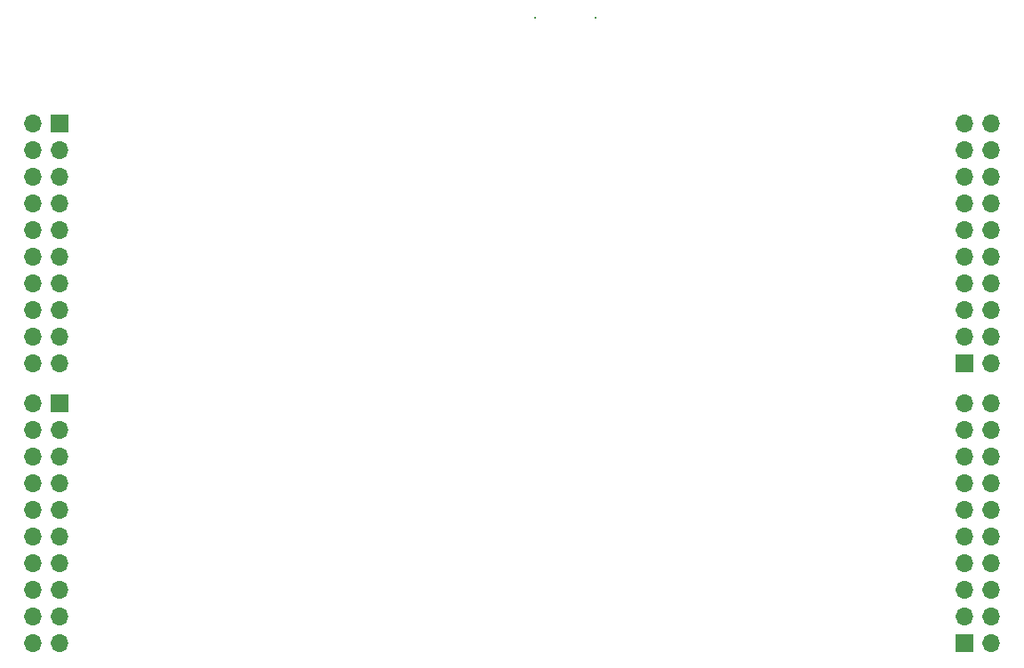
<source format=gbr>
%TF.GenerationSoftware,KiCad,Pcbnew,9.0.4*%
%TF.CreationDate,2025-10-20T22:36:39-03:00*%
%TF.ProjectId,fpga-utn,66706761-2d75-4746-9e2e-6b696361645f,rev?*%
%TF.SameCoordinates,Original*%
%TF.FileFunction,Soldermask,Bot*%
%TF.FilePolarity,Negative*%
%FSLAX46Y46*%
G04 Gerber Fmt 4.6, Leading zero omitted, Abs format (unit mm)*
G04 Created by KiCad (PCBNEW 9.0.4) date 2025-10-20 22:36:39*
%MOMM*%
%LPD*%
G01*
G04 APERTURE LIST*
%ADD10R,1.700000X1.700000*%
%ADD11O,1.700000X1.700000*%
%ADD12C,0.325000*%
G04 APERTURE END LIST*
D10*
%TO.C,P3*%
X219500000Y-139660000D03*
D11*
X222040000Y-139660000D03*
X219500000Y-137120000D03*
X222040000Y-137120000D03*
X219500000Y-134580000D03*
X222040000Y-134580000D03*
X219500000Y-132040000D03*
X222040000Y-132040000D03*
X219500000Y-129500000D03*
X222040000Y-129500000D03*
X219500000Y-126960000D03*
X222040000Y-126960000D03*
X219500000Y-124420000D03*
X222040000Y-124420000D03*
X219500000Y-121880000D03*
X222040000Y-121880000D03*
X219500000Y-119340000D03*
X222040000Y-119340000D03*
X219500000Y-116800000D03*
X222040000Y-116800000D03*
%TD*%
D12*
%TO.C,J1*%
X184365000Y-80065000D03*
X178585000Y-80065000D03*
%TD*%
D10*
%TO.C,P1*%
X133350000Y-90170000D03*
D11*
X130810000Y-90170000D03*
X133350000Y-92710000D03*
X130810000Y-92710000D03*
X133350000Y-95250000D03*
X130810000Y-95250000D03*
X133350000Y-97790000D03*
X130810000Y-97790000D03*
X133350000Y-100330000D03*
X130810000Y-100330000D03*
X133350000Y-102870000D03*
X130810000Y-102870000D03*
X133350000Y-105410000D03*
X130810000Y-105410000D03*
X133350000Y-107950000D03*
X130810000Y-107950000D03*
X133350000Y-110490000D03*
X130810000Y-110490000D03*
X133350000Y-113030000D03*
X130810000Y-113030000D03*
%TD*%
D10*
%TO.C,P4*%
X219460000Y-113000000D03*
D11*
X222000000Y-113000000D03*
X219460000Y-110460000D03*
X222000000Y-110460000D03*
X219460000Y-107920000D03*
X222000000Y-107920000D03*
X219460000Y-105380000D03*
X222000000Y-105380000D03*
X219460000Y-102840000D03*
X222000000Y-102840000D03*
X219460000Y-100300000D03*
X222000000Y-100300000D03*
X219460000Y-97760000D03*
X222000000Y-97760000D03*
X219460000Y-95220000D03*
X222000000Y-95220000D03*
X219460000Y-92680000D03*
X222000000Y-92680000D03*
X219460000Y-90140000D03*
X222000000Y-90140000D03*
%TD*%
D10*
%TO.C,P2*%
X133350000Y-116840000D03*
D11*
X130810000Y-116840000D03*
X133350000Y-119380000D03*
X130810000Y-119380000D03*
X133350000Y-121920000D03*
X130810000Y-121920000D03*
X133350000Y-124460000D03*
X130810000Y-124460000D03*
X133350000Y-127000000D03*
X130810000Y-127000000D03*
X133350000Y-129540000D03*
X130810000Y-129540000D03*
X133350000Y-132080000D03*
X130810000Y-132080000D03*
X133350000Y-134620000D03*
X130810000Y-134620000D03*
X133350000Y-137160000D03*
X130810000Y-137160000D03*
X133350000Y-139700000D03*
X130810000Y-139700000D03*
%TD*%
M02*

</source>
